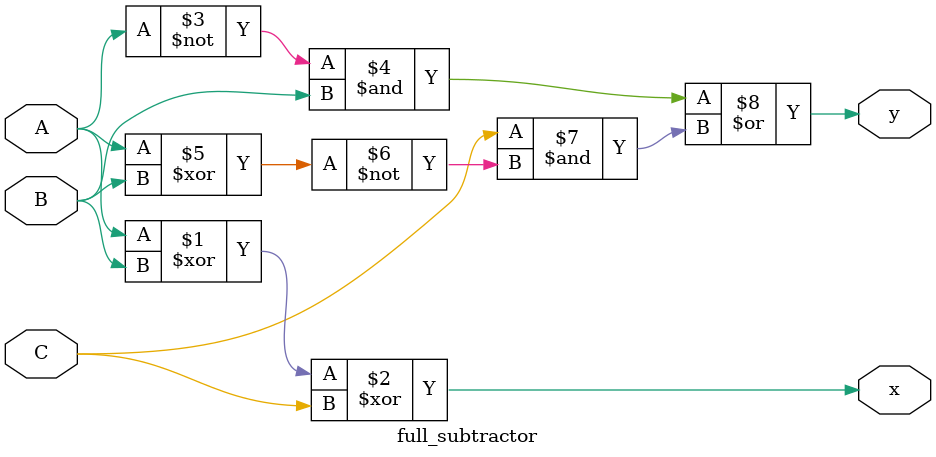
<source format=v>
module full_subtractor(x,y,A,B,C);
  input A,B,C;
  output x,y;
  assign x=(A^B)^C;
  assign y=~A&B | C&~(A^B);
endmodule



</source>
